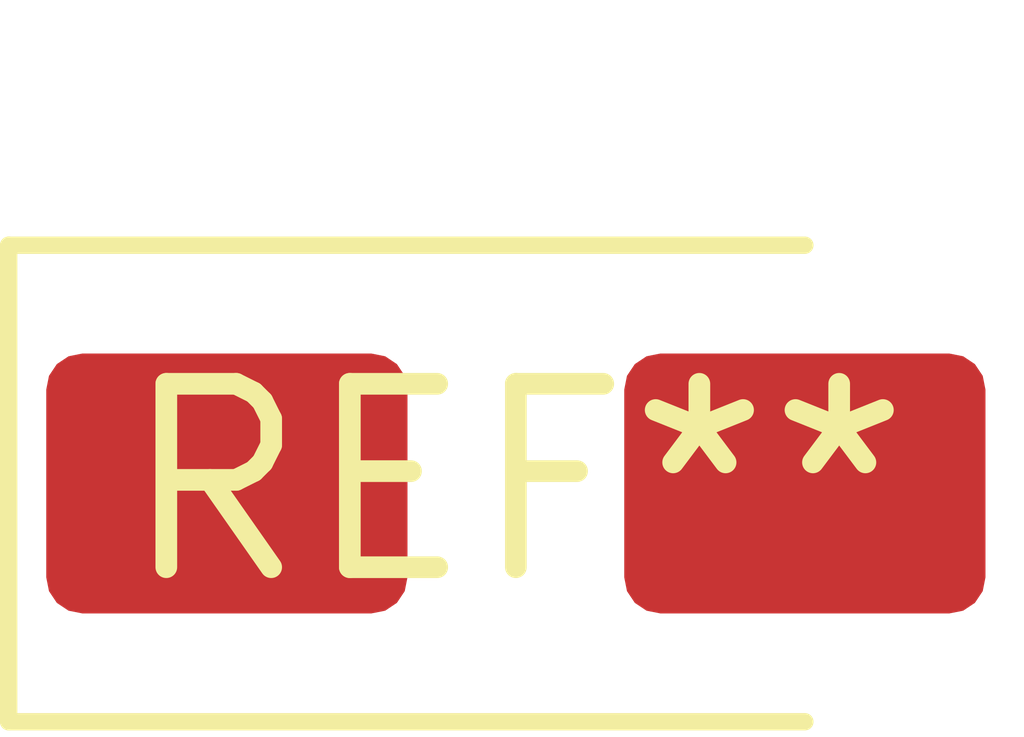
<source format=kicad_pcb>
(kicad_pcb (version 20240108) (generator pcbnew)
  (layers (0 "F.Cu" signal) (31 "B.Cu" signal) (34 "B.Paste" user) (35 "F.Paste" user) (36 "B.SilkS" user "B.Silkscreen") (37 "F.SilkS" user "F.Silkscreen") (38 "B.Mask" user) (39 "F.Mask" user) (44 "Edge.Cuts" user))
  (net 0 "")
  (footprint "D_SMA" (layer "F.Cu") (at 0 0)
    (property "Reference" "REF**")
    (property "Value" "D_SMA")
    (fp_line (start -3.51 -1.65) (end -3.51 1.65) (layer "F.SilkS") (stroke (width 0.12)))
    (fp_line (start -3.51 -1.65) (end 2 -1.65) (layer "F.SilkS") (stroke (width 0.12)))
    (fp_line (start -3.51 1.65) (end 2 1.65) (layer "F.SilkS") (stroke (width 0.12)))
    (pad "1" smd roundrect (at -2 0) (size 2.5 1.8) (layers "F.Cu" "F.Paste" "F.Mask") (roundrect_rratio 0.1388888889))
    (pad "2" smd roundrect (at 2 0) (size 2.5 1.8) (layers "F.Cu" "F.Paste" "F.Mask") (roundrect_rratio 0.1388888889))
  )
)
</source>
